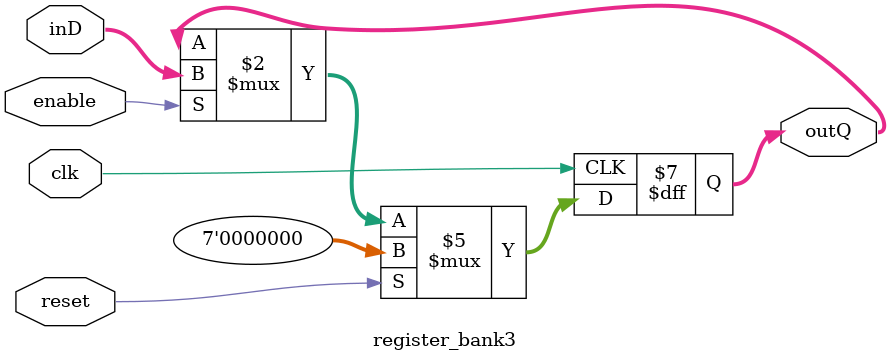
<source format=sv>
module register_bank3 #(parameter WIDTH = 7)
(
	input clk,
	input reset,
	input enable,
	input [WIDTH-1:0] inD,
	output reg [WIDTH-1:0] outQ
);
	always @(posedge clk) begin //flanco de subida del clk
		if (reset) begin    //comienza reset (activo)
			outQ <= 0;  //la salida del regbank es 0
		end else if (enable)
			outQ <= inD;
	end
endmodule 

</source>
